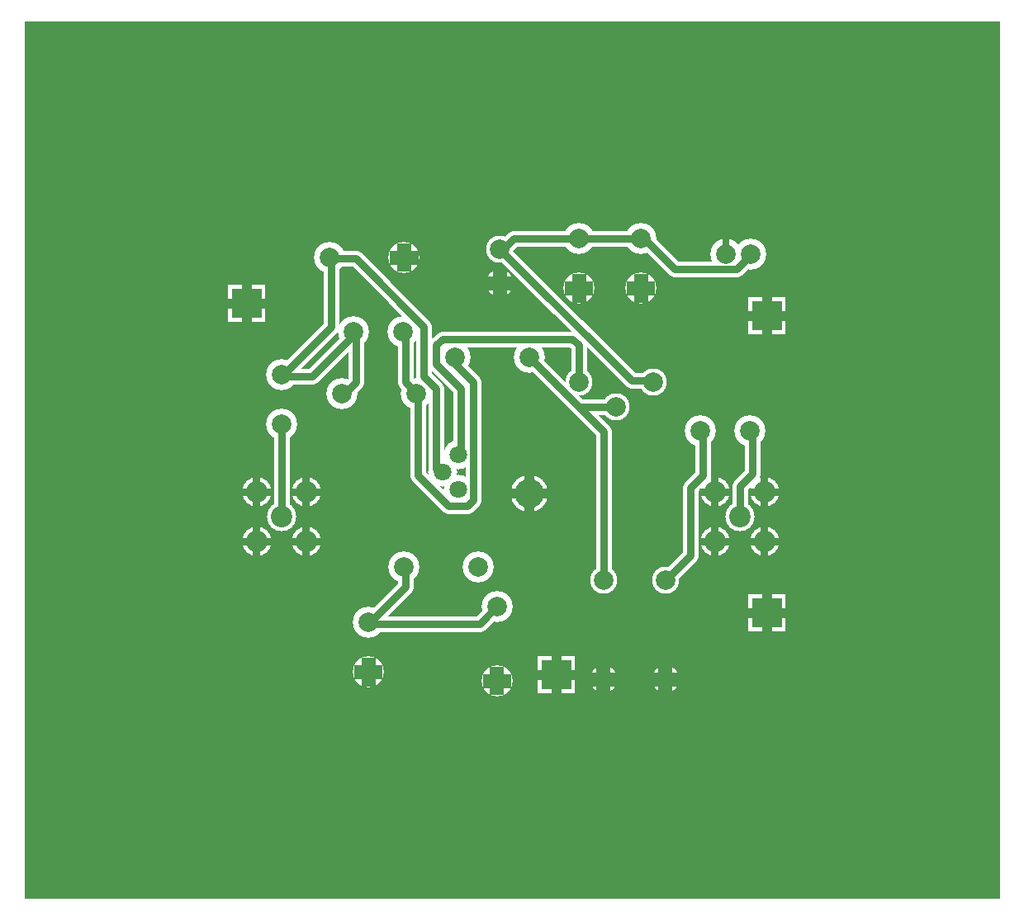
<source format=gbr>
%FSLAX34Y34*%
%MOMM*%
%LNCOPPER_BOTTOM*%
G71*
G01*
%ADD10C,3.200*%
%ADD11C,3.000*%
%ADD12C,3.000*%
%ADD13C,1.600*%
%ADD14C,3.800*%
%ADD15C,2.800*%
%ADD16C,2.800*%
%ADD17C,3.200*%
%ADD18C,0.667*%
%ADD19C,0.813*%
%ADD20C,0.733*%
%ADD21C,1.000*%
%ADD22C,1.453*%
%ADD23C,1.467*%
%ADD24C,2.230*%
%ADD25C,2.000*%
%ADD26C,1.800*%
%ADD27C,2.200*%
%ADD28C,0.800*%
%ADD29C,3.000*%
%ADD30C,2.000*%
%LPD*%
G36*
X-609600Y330200D02*
X390400Y330200D01*
X390400Y-569800D01*
X-609600Y-569800D01*
X-609600Y330200D01*
G37*
%LPC*%
X-220234Y88289D02*
G54D10*
D03*
X-296484Y88339D02*
G54D10*
D03*
X-345764Y-32025D02*
G54D10*
D03*
X-345652Y-83006D02*
G54D10*
D03*
X134397Y-89531D02*
G54D10*
D03*
X83416Y-89643D02*
G54D10*
D03*
X109675Y91475D02*
G54D10*
D03*
X135175Y91475D02*
G54D10*
D03*
X-165100Y-114300D02*
G54D11*
D03*
X-181000Y-131875D02*
G54D11*
D03*
X-165065Y-149491D02*
G54D11*
D03*
X-371500Y-152300D02*
G54D12*
D03*
X-320700Y-152300D02*
G54D12*
D03*
X-346100Y-177700D02*
G54D12*
D03*
X-320700Y-203100D02*
G54D12*
D03*
X-371500Y-203100D02*
G54D12*
D03*
X98400Y-152300D02*
G54D12*
D03*
X149200Y-152300D02*
G54D12*
D03*
X123800Y-177700D02*
G54D12*
D03*
X149200Y-203100D02*
G54D12*
D03*
X98400Y-203100D02*
G54D12*
D03*
G54D13*
X-346100Y-177700D02*
X-346100Y-82450D01*
X-345652Y-83006D01*
G54D13*
X123800Y-177700D02*
X123800Y-145950D01*
X136500Y-133250D01*
X136500Y-88800D01*
X134397Y-89531D01*
X-92100Y-153900D02*
G54D14*
D03*
X-221203Y12069D02*
G54D10*
D03*
X-272184Y11957D02*
G54D10*
D03*
X-207534Y-51411D02*
G54D10*
D03*
X-283784Y-51361D02*
G54D10*
D03*
X-144034Y-229211D02*
G54D10*
D03*
X-220284Y-229161D02*
G54D10*
D03*
X-256864Y-286025D02*
G54D10*
D03*
X-256752Y-337006D02*
G54D10*
D03*
X-125072Y-346126D02*
G54D10*
D03*
X-125021Y-269876D02*
G54D10*
D03*
X22536Y107675D02*
G54D10*
D03*
X22648Y56694D02*
G54D10*
D03*
X-40964Y107675D02*
G54D10*
D03*
X-40852Y56694D02*
G54D10*
D03*
X-41300Y-39600D02*
G54D15*
D03*
X34900Y-39600D02*
G54D15*
D03*
X-3200Y-65000D02*
G54D15*
D03*
X-122194Y61906D02*
G54D15*
D03*
X-122194Y97006D02*
G54D15*
D03*
X-15900Y-242800D02*
G54D15*
D03*
X47600Y-242800D02*
G54D15*
D03*
X47600Y-344400D02*
G54D15*
D03*
X-15900Y-344400D02*
G54D15*
D03*
X-92050Y-14250D02*
G54D10*
D03*
X-168300Y-14200D02*
G54D10*
D03*
G54D13*
X-272184Y11957D02*
X-269900Y11200D01*
X-314350Y-33250D01*
X-346100Y-33250D01*
X-345764Y-32025D01*
G54D13*
X-345764Y-32025D02*
X-346100Y-33250D01*
X-295300Y17550D01*
X-295300Y87400D01*
X-296484Y88339D01*
G54D13*
X-181000Y-131875D02*
X-181000Y-134850D01*
X-187350Y-128500D01*
X-187350Y-45950D01*
X-200050Y-33250D01*
X-200050Y17550D01*
X-269900Y87400D01*
X-295300Y87400D01*
X-296484Y88339D01*
G54D13*
X-169484Y-13261D02*
X-168300Y-14200D01*
X-168300Y-20550D01*
X-149250Y-39600D01*
X-149250Y-160250D01*
X-155600Y-166600D01*
X-174650Y-166600D01*
X-206400Y-134850D01*
X-206400Y-52300D01*
X-207534Y-51411D01*
G54D13*
X-41300Y-39600D02*
X-41300Y-1500D01*
X-47650Y4850D01*
X-181000Y4850D01*
X-187350Y-1500D01*
X-187350Y-20550D01*
X-161950Y-45950D01*
X-161950Y-115800D01*
X-165100Y-114300D01*
G54D13*
X-256864Y-286025D02*
X-257200Y-287250D01*
X-219100Y-249150D01*
X-219100Y-230100D01*
X-220284Y-229161D01*
G54D13*
X-125021Y-269876D02*
X-123850Y-268200D01*
X-142900Y-287250D01*
X-257200Y-287250D01*
X-256864Y-286025D01*
G54D13*
X-93234Y-13311D02*
X-92100Y-14200D01*
X-15900Y-90400D01*
X-15900Y-242800D01*
G54D13*
X47600Y-242800D02*
X73000Y-217400D01*
X73000Y-147550D01*
X85700Y-134850D01*
X85700Y-90400D01*
X83416Y-89643D01*
G54D13*
X-93234Y-13311D02*
X-92100Y-14200D01*
X-41300Y-65000D01*
X-3200Y-65000D01*
X-220234Y88289D02*
G54D16*
D03*
X-256752Y-337006D02*
G54D16*
D03*
X-125072Y-346126D02*
G54D16*
D03*
X-122194Y61906D02*
G54D16*
D03*
X-40852Y56694D02*
G54D16*
D03*
X22648Y56694D02*
G54D16*
D03*
X-15900Y-344400D02*
G54D16*
D03*
X47600Y-344400D02*
G54D16*
D03*
G54D13*
X-283784Y-51361D02*
X-282600Y-52300D01*
X-269900Y-39600D01*
X-269900Y11200D01*
X-272184Y11957D01*
G54D13*
X-207534Y-51411D02*
X-206400Y-52300D01*
X-219100Y-39600D01*
X-219100Y11200D01*
X-221203Y12069D01*
G54D13*
X-122194Y97006D02*
X-120650Y95250D01*
X12700Y-38100D01*
X31750Y-38100D01*
X34900Y-39600D01*
G54D13*
X-122194Y97006D02*
X-120650Y95250D01*
X-107950Y107950D01*
X-38100Y107950D01*
X-40964Y107675D01*
G54D13*
X-40964Y107675D02*
X-38100Y107950D01*
X25400Y107950D01*
X22536Y107675D01*
G54D13*
X22536Y107675D02*
X25400Y107950D01*
X57150Y76200D01*
X120650Y76200D01*
X133350Y88900D01*
X135175Y91475D01*
G36*
X-400627Y60198D02*
X-362627Y60198D01*
X-362627Y22198D01*
X-400627Y22198D01*
X-400627Y60198D01*
G37*
G36*
X132773Y47498D02*
X170773Y47498D01*
X170773Y9498D01*
X132773Y9498D01*
X132773Y47498D01*
G37*
G36*
X-83127Y-320802D02*
X-45127Y-320802D01*
X-45127Y-358802D01*
X-83127Y-358802D01*
X-83127Y-320802D01*
G37*
G36*
X132773Y-257302D02*
X170773Y-257302D01*
X170773Y-295302D01*
X132773Y-295302D01*
X132773Y-257302D01*
G37*
X-381000Y101600D02*
G54D17*
D03*
X171450Y101600D02*
G54D17*
D03*
X-381000Y-342900D02*
G54D17*
D03*
X165100Y-349250D02*
G54D17*
D03*
%LPD*%
G54D18*
G36*
X106342Y91475D02*
X106342Y107975D01*
X113008Y107975D01*
X113008Y91475D01*
X106342Y91475D01*
G37*
G54D19*
G54D20*
G36*
X-375167Y-152300D02*
X-375167Y-136800D01*
X-367833Y-136800D01*
X-367833Y-152300D01*
X-375167Y-152300D01*
G37*
G36*
X-371500Y-148633D02*
X-356000Y-148633D01*
X-356000Y-155967D01*
X-371500Y-155967D01*
X-371500Y-148633D01*
G37*
G36*
X-367833Y-152300D02*
X-367833Y-167800D01*
X-375167Y-167800D01*
X-375167Y-152300D01*
X-367833Y-152300D01*
G37*
G36*
X-371500Y-155967D02*
X-387000Y-155967D01*
X-387000Y-148633D01*
X-371500Y-148633D01*
X-371500Y-155967D01*
G37*
G54D20*
G36*
X-324367Y-152300D02*
X-324367Y-136800D01*
X-317033Y-136800D01*
X-317033Y-152300D01*
X-324367Y-152300D01*
G37*
G36*
X-320700Y-148633D02*
X-305200Y-148633D01*
X-305200Y-155967D01*
X-320700Y-155967D01*
X-320700Y-148633D01*
G37*
G36*
X-317033Y-152300D02*
X-317033Y-167800D01*
X-324367Y-167800D01*
X-324367Y-152300D01*
X-317033Y-152300D01*
G37*
G36*
X-320700Y-155967D02*
X-336200Y-155967D01*
X-336200Y-148633D01*
X-320700Y-148633D01*
X-320700Y-155967D01*
G37*
G54D20*
G36*
X-324367Y-203100D02*
X-324367Y-187600D01*
X-317033Y-187600D01*
X-317033Y-203100D01*
X-324367Y-203100D01*
G37*
G36*
X-320700Y-199433D02*
X-305200Y-199433D01*
X-305200Y-206767D01*
X-320700Y-206767D01*
X-320700Y-199433D01*
G37*
G36*
X-317033Y-203100D02*
X-317033Y-218600D01*
X-324367Y-218600D01*
X-324367Y-203100D01*
X-317033Y-203100D01*
G37*
G36*
X-320700Y-206767D02*
X-336200Y-206767D01*
X-336200Y-199433D01*
X-320700Y-199433D01*
X-320700Y-206767D01*
G37*
G54D20*
G36*
X-375167Y-203100D02*
X-375167Y-187600D01*
X-367833Y-187600D01*
X-367833Y-203100D01*
X-375167Y-203100D01*
G37*
G36*
X-371500Y-199433D02*
X-356000Y-199433D01*
X-356000Y-206767D01*
X-371500Y-206767D01*
X-371500Y-199433D01*
G37*
G36*
X-367833Y-203100D02*
X-367833Y-218600D01*
X-375167Y-218600D01*
X-375167Y-203100D01*
X-367833Y-203100D01*
G37*
G36*
X-371500Y-206767D02*
X-387000Y-206767D01*
X-387000Y-199433D01*
X-371500Y-199433D01*
X-371500Y-206767D01*
G37*
G54D20*
G36*
X94733Y-152300D02*
X94733Y-136800D01*
X102067Y-136800D01*
X102067Y-152300D01*
X94733Y-152300D01*
G37*
G36*
X98400Y-148633D02*
X113900Y-148633D01*
X113900Y-155967D01*
X98400Y-155967D01*
X98400Y-148633D01*
G37*
G36*
X102067Y-152300D02*
X102067Y-167800D01*
X94733Y-167800D01*
X94733Y-152300D01*
X102067Y-152300D01*
G37*
G36*
X98400Y-155967D02*
X82900Y-155967D01*
X82900Y-148633D01*
X98400Y-148633D01*
X98400Y-155967D01*
G37*
G54D20*
G36*
X145533Y-152300D02*
X145533Y-136800D01*
X152867Y-136800D01*
X152867Y-152300D01*
X145533Y-152300D01*
G37*
G36*
X149200Y-148633D02*
X164700Y-148633D01*
X164700Y-155967D01*
X149200Y-155967D01*
X149200Y-148633D01*
G37*
G36*
X152867Y-152300D02*
X152867Y-167800D01*
X145533Y-167800D01*
X145533Y-152300D01*
X152867Y-152300D01*
G37*
G36*
X149200Y-155967D02*
X133700Y-155967D01*
X133700Y-148633D01*
X149200Y-148633D01*
X149200Y-155967D01*
G37*
G54D20*
G36*
X145533Y-203100D02*
X145533Y-187600D01*
X152867Y-187600D01*
X152867Y-203100D01*
X145533Y-203100D01*
G37*
G36*
X149200Y-199433D02*
X164700Y-199433D01*
X164700Y-206767D01*
X149200Y-206767D01*
X149200Y-199433D01*
G37*
G36*
X152867Y-203100D02*
X152867Y-218600D01*
X145533Y-218600D01*
X145533Y-203100D01*
X152867Y-203100D01*
G37*
G36*
X149200Y-206767D02*
X133700Y-206767D01*
X133700Y-199433D01*
X149200Y-199433D01*
X149200Y-206767D01*
G37*
G54D20*
G36*
X94733Y-203100D02*
X94733Y-187600D01*
X102067Y-187600D01*
X102067Y-203100D01*
X94733Y-203100D01*
G37*
G36*
X98400Y-199433D02*
X113900Y-199433D01*
X113900Y-206767D01*
X98400Y-206767D01*
X98400Y-199433D01*
G37*
G36*
X102067Y-203100D02*
X102067Y-218600D01*
X94733Y-218600D01*
X94733Y-203100D01*
X102067Y-203100D01*
G37*
G36*
X98400Y-206767D02*
X82900Y-206767D01*
X82900Y-199433D01*
X98400Y-199433D01*
X98400Y-206767D01*
G37*
G54D21*
G36*
X-97100Y-153900D02*
X-97100Y-134400D01*
X-87100Y-134400D01*
X-87100Y-153900D01*
X-97100Y-153900D01*
G37*
G36*
X-92100Y-148900D02*
X-72600Y-148900D01*
X-72600Y-158900D01*
X-92100Y-158900D01*
X-92100Y-148900D01*
G37*
G36*
X-87100Y-153900D02*
X-87100Y-173400D01*
X-97100Y-173400D01*
X-97100Y-153900D01*
X-87100Y-153900D01*
G37*
G36*
X-92100Y-158900D02*
X-111600Y-158900D01*
X-111600Y-148900D01*
X-92100Y-148900D01*
X-92100Y-158900D01*
G37*
G54D22*
G36*
X-227501Y88289D02*
X-227501Y102789D01*
X-212967Y102789D01*
X-212967Y88289D01*
X-227501Y88289D01*
G37*
G36*
X-220234Y95556D02*
X-205734Y95556D01*
X-205734Y81022D01*
X-220234Y81022D01*
X-220234Y95556D01*
G37*
G36*
X-212967Y88289D02*
X-212967Y73789D01*
X-227501Y73789D01*
X-227501Y88289D01*
X-212967Y88289D01*
G37*
G36*
X-220234Y81022D02*
X-234734Y81022D01*
X-234734Y95556D01*
X-220234Y95556D01*
X-220234Y81022D01*
G37*
G54D23*
G36*
X-264085Y-337006D02*
X-264085Y-322506D01*
X-249419Y-322506D01*
X-249419Y-337006D01*
X-264085Y-337006D01*
G37*
G36*
X-256752Y-329673D02*
X-242252Y-329673D01*
X-242252Y-344339D01*
X-256752Y-344339D01*
X-256752Y-329673D01*
G37*
G36*
X-249419Y-337006D02*
X-249419Y-351506D01*
X-264085Y-351506D01*
X-264085Y-337006D01*
X-249419Y-337006D01*
G37*
G36*
X-256752Y-344339D02*
X-271252Y-344339D01*
X-271252Y-329673D01*
X-256752Y-329673D01*
X-256752Y-344339D01*
G37*
G54D23*
G36*
X-132405Y-346126D02*
X-132405Y-331626D01*
X-117738Y-331626D01*
X-117738Y-346126D01*
X-132405Y-346126D01*
G37*
G36*
X-125072Y-338793D02*
X-110572Y-338793D01*
X-110572Y-353459D01*
X-125072Y-353459D01*
X-125072Y-338793D01*
G37*
G36*
X-117738Y-346126D02*
X-117738Y-360626D01*
X-132405Y-360626D01*
X-132405Y-346126D01*
X-117738Y-346126D01*
G37*
G36*
X-125072Y-353459D02*
X-139572Y-353459D01*
X-139572Y-338793D01*
X-125072Y-338793D01*
X-125072Y-353459D01*
G37*
G54D23*
G36*
X-129527Y61906D02*
X-129527Y76406D01*
X-114861Y76406D01*
X-114861Y61906D01*
X-129527Y61906D01*
G37*
G36*
X-122194Y69239D02*
X-107694Y69239D01*
X-107694Y54573D01*
X-122194Y54573D01*
X-122194Y69239D01*
G37*
G36*
X-114861Y61906D02*
X-114861Y47406D01*
X-129527Y47406D01*
X-129527Y61906D01*
X-114861Y61906D01*
G37*
G36*
X-122194Y54573D02*
X-136694Y54573D01*
X-136694Y69239D01*
X-122194Y69239D01*
X-122194Y54573D01*
G37*
G54D23*
G36*
X-48185Y56694D02*
X-48185Y71194D01*
X-33519Y71194D01*
X-33519Y56694D01*
X-48185Y56694D01*
G37*
G36*
X-40852Y64027D02*
X-26352Y64027D01*
X-26352Y49361D01*
X-40852Y49361D01*
X-40852Y64027D01*
G37*
G36*
X-33519Y56694D02*
X-33519Y42194D01*
X-48185Y42194D01*
X-48185Y56694D01*
X-33519Y56694D01*
G37*
G36*
X-40852Y49361D02*
X-55352Y49361D01*
X-55352Y64027D01*
X-40852Y64027D01*
X-40852Y49361D01*
G37*
G54D23*
G36*
X15315Y56694D02*
X15315Y71194D01*
X29981Y71194D01*
X29981Y56694D01*
X15315Y56694D01*
G37*
G36*
X22648Y64027D02*
X37148Y64027D01*
X37148Y49361D01*
X22648Y49361D01*
X22648Y64027D01*
G37*
G36*
X29981Y56694D02*
X29981Y42194D01*
X15315Y42194D01*
X15315Y56694D01*
X29981Y56694D01*
G37*
G36*
X22648Y49361D02*
X8148Y49361D01*
X8148Y64027D01*
X22648Y64027D01*
X22648Y49361D01*
G37*
G54D23*
G36*
X-23233Y-344400D02*
X-23233Y-329900D01*
X-8567Y-329900D01*
X-8567Y-344400D01*
X-23233Y-344400D01*
G37*
G36*
X-15900Y-337067D02*
X-1400Y-337067D01*
X-1400Y-351733D01*
X-15900Y-351733D01*
X-15900Y-337067D01*
G37*
G36*
X-8567Y-344400D02*
X-8567Y-358900D01*
X-23233Y-358900D01*
X-23233Y-344400D01*
X-8567Y-344400D01*
G37*
G36*
X-15900Y-351733D02*
X-30400Y-351733D01*
X-30400Y-337067D01*
X-15900Y-337067D01*
X-15900Y-351733D01*
G37*
G54D23*
G36*
X40267Y-344400D02*
X40267Y-329900D01*
X54933Y-329900D01*
X54933Y-344400D01*
X40267Y-344400D01*
G37*
G36*
X47600Y-337067D02*
X62100Y-337067D01*
X62100Y-351733D01*
X47600Y-351733D01*
X47600Y-337067D01*
G37*
G36*
X54933Y-344400D02*
X54933Y-358900D01*
X40267Y-358900D01*
X40267Y-344400D01*
X54933Y-344400D01*
G37*
G36*
X47600Y-351733D02*
X33100Y-351733D01*
X33100Y-337067D01*
X47600Y-337067D01*
X47600Y-351733D01*
G37*
G54D21*
G36*
X-386627Y41198D02*
X-386627Y60698D01*
X-376627Y60698D01*
X-376627Y41198D01*
X-386627Y41198D01*
G37*
G36*
X-381627Y46198D02*
X-362127Y46198D01*
X-362127Y36198D01*
X-381627Y36198D01*
X-381627Y46198D01*
G37*
G36*
X-376627Y41198D02*
X-376627Y21698D01*
X-386627Y21698D01*
X-386627Y41198D01*
X-376627Y41198D01*
G37*
G36*
X-381627Y36198D02*
X-401127Y36198D01*
X-401127Y46198D01*
X-381627Y46198D01*
X-381627Y36198D01*
G37*
G54D21*
G36*
X146773Y28498D02*
X146773Y47998D01*
X156773Y47998D01*
X156773Y28498D01*
X146773Y28498D01*
G37*
G36*
X151773Y33498D02*
X171273Y33498D01*
X171273Y23498D01*
X151773Y23498D01*
X151773Y33498D01*
G37*
G36*
X156773Y28498D02*
X156773Y8998D01*
X146773Y8998D01*
X146773Y28498D01*
X156773Y28498D01*
G37*
G36*
X151773Y23498D02*
X132273Y23498D01*
X132273Y33498D01*
X151773Y33498D01*
X151773Y23498D01*
G37*
G54D21*
G36*
X-69127Y-339802D02*
X-69127Y-320302D01*
X-59127Y-320302D01*
X-59127Y-339802D01*
X-69127Y-339802D01*
G37*
G36*
X-64127Y-334802D02*
X-44627Y-334802D01*
X-44627Y-344802D01*
X-64127Y-344802D01*
X-64127Y-334802D01*
G37*
G36*
X-59127Y-339802D02*
X-59127Y-359302D01*
X-69127Y-359302D01*
X-69127Y-339802D01*
X-59127Y-339802D01*
G37*
G36*
X-64127Y-344802D02*
X-83627Y-344802D01*
X-83627Y-334802D01*
X-64127Y-334802D01*
X-64127Y-344802D01*
G37*
G54D21*
G36*
X146773Y-276302D02*
X146773Y-256802D01*
X156773Y-256802D01*
X156773Y-276302D01*
X146773Y-276302D01*
G37*
G36*
X151773Y-271302D02*
X171273Y-271302D01*
X171273Y-281302D01*
X151773Y-281302D01*
X151773Y-271302D01*
G37*
G36*
X156773Y-276302D02*
X156773Y-295802D01*
X146773Y-295802D01*
X146773Y-276302D01*
X156773Y-276302D01*
G37*
G36*
X151773Y-281302D02*
X132273Y-281302D01*
X132273Y-271302D01*
X151773Y-271302D01*
X151773Y-281302D01*
G37*
G54D24*
G36*
X-381000Y112750D02*
X-364500Y112750D01*
X-364500Y90450D01*
X-381000Y90450D01*
X-381000Y112750D01*
G37*
G36*
X-369850Y101600D02*
X-369850Y85100D01*
X-392150Y85100D01*
X-392150Y101600D01*
X-369850Y101600D01*
G37*
G36*
X-381000Y90450D02*
X-397500Y90450D01*
X-397500Y112750D01*
X-381000Y112750D01*
X-381000Y90450D01*
G37*
G36*
X-392150Y101600D02*
X-392150Y118100D01*
X-369850Y118100D01*
X-369850Y101600D01*
X-392150Y101600D01*
G37*
G54D24*
G36*
X171450Y112750D02*
X187950Y112750D01*
X187950Y90450D01*
X171450Y90450D01*
X171450Y112750D01*
G37*
G36*
X182600Y101600D02*
X182600Y85100D01*
X160300Y85100D01*
X160300Y101600D01*
X182600Y101600D01*
G37*
G36*
X171450Y90450D02*
X154950Y90450D01*
X154950Y112750D01*
X171450Y112750D01*
X171450Y90450D01*
G37*
G36*
X160300Y101600D02*
X160300Y118100D01*
X182600Y118100D01*
X182600Y101600D01*
X160300Y101600D01*
G37*
G54D24*
G36*
X-381000Y-331750D02*
X-364500Y-331750D01*
X-364500Y-354050D01*
X-381000Y-354050D01*
X-381000Y-331750D01*
G37*
G36*
X-369850Y-342900D02*
X-369850Y-359400D01*
X-392150Y-359400D01*
X-392150Y-342900D01*
X-369850Y-342900D01*
G37*
G36*
X-381000Y-354050D02*
X-397500Y-354050D01*
X-397500Y-331750D01*
X-381000Y-331750D01*
X-381000Y-354050D01*
G37*
G36*
X-392150Y-342900D02*
X-392150Y-326400D01*
X-369850Y-326400D01*
X-369850Y-342900D01*
X-392150Y-342900D01*
G37*
G54D24*
G36*
X165100Y-338100D02*
X181600Y-338100D01*
X181600Y-360400D01*
X165100Y-360400D01*
X165100Y-338100D01*
G37*
G36*
X176250Y-349250D02*
X176250Y-365750D01*
X153950Y-365750D01*
X153950Y-349250D01*
X176250Y-349250D01*
G37*
G36*
X165100Y-360400D02*
X148600Y-360400D01*
X148600Y-338100D01*
X165100Y-338100D01*
X165100Y-360400D01*
G37*
G36*
X153950Y-349250D02*
X153950Y-332750D01*
X176250Y-332750D01*
X176250Y-349250D01*
X153950Y-349250D01*
G37*
X-220234Y88289D02*
G54D25*
D03*
X-296484Y88339D02*
G54D25*
D03*
X-345764Y-32025D02*
G54D25*
D03*
X-345652Y-83006D02*
G54D25*
D03*
X134397Y-89531D02*
G54D25*
D03*
X83416Y-89643D02*
G54D25*
D03*
X109675Y91475D02*
G54D25*
D03*
X135175Y91475D02*
G54D25*
D03*
X-165100Y-114300D02*
G54D26*
D03*
X-181000Y-131875D02*
G54D26*
D03*
X-165065Y-149491D02*
G54D26*
D03*
X-371500Y-152300D02*
G54D27*
D03*
X-320700Y-152300D02*
G54D27*
D03*
X-346100Y-177700D02*
G54D27*
D03*
X-320700Y-203100D02*
G54D27*
D03*
X-371500Y-203100D02*
G54D27*
D03*
X98400Y-152300D02*
G54D27*
D03*
X149200Y-152300D02*
G54D27*
D03*
X123800Y-177700D02*
G54D27*
D03*
X149200Y-203100D02*
G54D27*
D03*
X98400Y-203100D02*
G54D27*
D03*
G54D28*
X-346100Y-177700D02*
X-346100Y-82450D01*
X-345652Y-83006D01*
G54D28*
X123800Y-177700D02*
X123800Y-145950D01*
X136500Y-133250D01*
X136500Y-88800D01*
X134397Y-89531D01*
X-92100Y-153900D02*
G54D29*
D03*
X-221203Y12069D02*
G54D25*
D03*
X-272184Y11957D02*
G54D25*
D03*
X-207534Y-51411D02*
G54D25*
D03*
X-283784Y-51361D02*
G54D25*
D03*
X-144034Y-229211D02*
G54D25*
D03*
X-220284Y-229161D02*
G54D25*
D03*
X-256864Y-286025D02*
G54D25*
D03*
X-256752Y-337006D02*
G54D25*
D03*
X-125072Y-346126D02*
G54D25*
D03*
X-125021Y-269876D02*
G54D25*
D03*
X22536Y107675D02*
G54D25*
D03*
X22648Y56694D02*
G54D25*
D03*
X-40964Y107675D02*
G54D25*
D03*
X-40852Y56694D02*
G54D25*
D03*
X-41300Y-39600D02*
G54D25*
D03*
X34900Y-39600D02*
G54D25*
D03*
X-3200Y-65000D02*
G54D25*
D03*
X-122194Y61906D02*
G54D25*
D03*
X-122194Y97006D02*
G54D25*
D03*
X-15900Y-242800D02*
G54D25*
D03*
X47600Y-242800D02*
G54D25*
D03*
X47600Y-344400D02*
G54D25*
D03*
X-15900Y-344400D02*
G54D25*
D03*
X-92050Y-14250D02*
G54D25*
D03*
X-168300Y-14200D02*
G54D25*
D03*
G54D28*
X-272184Y11957D02*
X-269900Y11200D01*
X-314350Y-33250D01*
X-346100Y-33250D01*
X-345764Y-32025D01*
G54D28*
X-345764Y-32025D02*
X-346100Y-33250D01*
X-295300Y17550D01*
X-295300Y87400D01*
X-296484Y88339D01*
G54D28*
X-181000Y-131875D02*
X-181000Y-134850D01*
X-187350Y-128500D01*
X-187350Y-45950D01*
X-200050Y-33250D01*
X-200050Y17550D01*
X-269900Y87400D01*
X-295300Y87400D01*
X-296484Y88339D01*
G54D28*
X-169484Y-13261D02*
X-168300Y-14200D01*
X-168300Y-20550D01*
X-149250Y-39600D01*
X-149250Y-160250D01*
X-155600Y-166600D01*
X-174650Y-166600D01*
X-206400Y-134850D01*
X-206400Y-52300D01*
X-207534Y-51411D01*
G54D28*
X-41300Y-39600D02*
X-41300Y-1500D01*
X-47650Y4850D01*
X-181000Y4850D01*
X-187350Y-1500D01*
X-187350Y-20550D01*
X-161950Y-45950D01*
X-161950Y-115800D01*
X-165100Y-114300D01*
G54D28*
X-256864Y-286025D02*
X-257200Y-287250D01*
X-219100Y-249150D01*
X-219100Y-230100D01*
X-220284Y-229161D01*
G54D28*
X-125021Y-269876D02*
X-123850Y-268200D01*
X-142900Y-287250D01*
X-257200Y-287250D01*
X-256864Y-286025D01*
G54D28*
X-93234Y-13311D02*
X-92100Y-14200D01*
X-15900Y-90400D01*
X-15900Y-242800D01*
G54D28*
X47600Y-242800D02*
X73000Y-217400D01*
X73000Y-147550D01*
X85700Y-134850D01*
X85700Y-90400D01*
X83416Y-89643D01*
G54D28*
X-93234Y-13311D02*
X-92100Y-14200D01*
X-41300Y-65000D01*
X-3200Y-65000D01*
X-220234Y88289D02*
G54D30*
D03*
X-256752Y-337006D02*
G54D30*
D03*
X-125072Y-346126D02*
G54D30*
D03*
X-122194Y61906D02*
G54D30*
D03*
X-40852Y56694D02*
G54D30*
D03*
X22648Y56694D02*
G54D30*
D03*
X-15900Y-344400D02*
G54D30*
D03*
X47600Y-344400D02*
G54D30*
D03*
G54D28*
X-283784Y-51361D02*
X-282600Y-52300D01*
X-269900Y-39600D01*
X-269900Y11200D01*
X-272184Y11957D01*
G54D28*
X-207534Y-51411D02*
X-206400Y-52300D01*
X-219100Y-39600D01*
X-219100Y11200D01*
X-221203Y12069D01*
G54D28*
X-122194Y97006D02*
X-120650Y95250D01*
X12700Y-38100D01*
X31750Y-38100D01*
X34900Y-39600D01*
G54D28*
X-122194Y97006D02*
X-120650Y95250D01*
X-107950Y107950D01*
X-38100Y107950D01*
X-40964Y107675D01*
G54D28*
X-40964Y107675D02*
X-38100Y107950D01*
X25400Y107950D01*
X22536Y107675D01*
G54D28*
X22536Y107675D02*
X25400Y107950D01*
X57150Y76200D01*
X120650Y76200D01*
X133350Y88900D01*
X135175Y91475D01*
G36*
X-396627Y56198D02*
X-366627Y56198D01*
X-366627Y26198D01*
X-396627Y26198D01*
X-396627Y56198D01*
G37*
G36*
X136773Y43498D02*
X166773Y43498D01*
X166773Y13498D01*
X136773Y13498D01*
X136773Y43498D01*
G37*
G36*
X-79127Y-324802D02*
X-49127Y-324802D01*
X-49127Y-354802D01*
X-79127Y-354802D01*
X-79127Y-324802D01*
G37*
G36*
X136773Y-261302D02*
X166773Y-261302D01*
X166773Y-291302D01*
X136773Y-291302D01*
X136773Y-261302D01*
G37*
X-381000Y101600D02*
G54D29*
D03*
X171450Y101600D02*
G54D29*
D03*
X-381000Y-342900D02*
G54D29*
D03*
X165100Y-349250D02*
G54D29*
D03*
M02*

</source>
